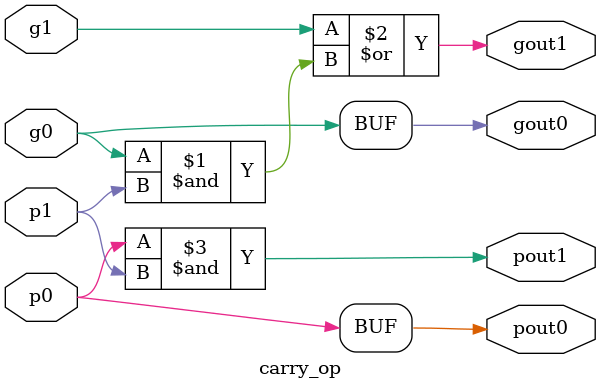
<source format=v>
module carry_op (
    input  g0,p0,g1,p1,
    output gout0,pout0, gout1,pout1
);
// carry operator implementation

    assign gout1 =  g1 |  (g0 & p1);
    assign pout1 = p0 & p1;         
    assign gout0 = g0;
	 assign pout0 = p0;
endmodule

</source>
